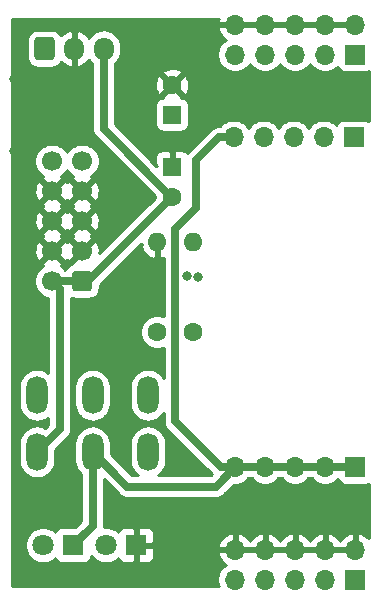
<source format=gbr>
%TF.GenerationSoftware,KiCad,Pcbnew,5.1.9+dfsg1-1~bpo10+1*%
%TF.CreationDate,2022-02-19T16:25:08+08:00*%
%TF.ProjectId,euro2breadboard,6575726f-3262-4726-9561-64626f617264,rev?*%
%TF.SameCoordinates,Original*%
%TF.FileFunction,Copper,L2,Bot*%
%TF.FilePolarity,Positive*%
%FSLAX46Y46*%
G04 Gerber Fmt 4.6, Leading zero omitted, Abs format (unit mm)*
G04 Created by KiCad (PCBNEW 5.1.9+dfsg1-1~bpo10+1) date 2022-02-19 16:25:08*
%MOMM*%
%LPD*%
G01*
G04 APERTURE LIST*
%TA.AperFunction,ComponentPad*%
%ADD10C,1.600000*%
%TD*%
%TA.AperFunction,ComponentPad*%
%ADD11R,1.600000X1.600000*%
%TD*%
%TA.AperFunction,ComponentPad*%
%ADD12C,1.700000*%
%TD*%
%TA.AperFunction,ComponentPad*%
%ADD13R,1.700000X1.700000*%
%TD*%
%TA.AperFunction,ComponentPad*%
%ADD14O,1.700000X1.700000*%
%TD*%
%TA.AperFunction,ComponentPad*%
%ADD15O,1.700000X1.950000*%
%TD*%
%TA.AperFunction,ComponentPad*%
%ADD16C,1.800000*%
%TD*%
%TA.AperFunction,ComponentPad*%
%ADD17R,1.800000X1.800000*%
%TD*%
%TA.AperFunction,ComponentPad*%
%ADD18O,1.600000X1.600000*%
%TD*%
%TA.AperFunction,ComponentPad*%
%ADD19O,1.800000X3.200000*%
%TD*%
%TA.AperFunction,ViaPad*%
%ADD20C,0.800000*%
%TD*%
%TA.AperFunction,Conductor*%
%ADD21C,0.650000*%
%TD*%
%TA.AperFunction,Conductor*%
%ADD22C,0.254000*%
%TD*%
%TA.AperFunction,Conductor*%
%ADD23C,0.100000*%
%TD*%
G04 APERTURE END LIST*
D10*
%TO.P,C1,2*%
%TO.N,GND*%
X82931000Y-46395000D03*
D11*
%TO.P,C1,1*%
%TO.N,+12V*%
X82931000Y-48895000D03*
%TD*%
%TO.P,C2,1*%
%TO.N,GND*%
X82931000Y-53340000D03*
D10*
%TO.P,C2,2*%
%TO.N,-12V*%
X82931000Y-55840000D03*
%TD*%
%TO.P,J2,1*%
%TO.N,-12V*%
%TA.AperFunction,ComponentPad*%
G36*
G01*
X76161000Y-62392000D02*
X76161000Y-63592000D01*
G75*
G02*
X75911000Y-63842000I-250000J0D01*
G01*
X74711000Y-63842000D01*
G75*
G02*
X74461000Y-63592000I0J250000D01*
G01*
X74461000Y-62392000D01*
G75*
G02*
X74711000Y-62142000I250000J0D01*
G01*
X75911000Y-62142000D01*
G75*
G02*
X76161000Y-62392000I0J-250000D01*
G01*
G37*
%TD.AperFunction*%
D12*
%TO.P,J2,3*%
%TO.N,GND*%
X75311000Y-60452000D03*
%TO.P,J2,5*%
X75311000Y-57912000D03*
%TO.P,J2,7*%
X75311000Y-55372000D03*
%TO.P,J2,9*%
%TO.N,+12V*%
X75311000Y-52832000D03*
%TO.P,J2,2*%
%TO.N,-12V*%
X72771000Y-62992000D03*
%TO.P,J2,4*%
%TO.N,GND*%
X72771000Y-60452000D03*
%TO.P,J2,6*%
X72771000Y-57912000D03*
%TO.P,J2,8*%
X72771000Y-55372000D03*
%TO.P,J2,10*%
%TO.N,+12V*%
X72771000Y-52832000D03*
%TD*%
D13*
%TO.P,BB_POWER_PINS1,1*%
%TO.N,Net-(BB_POWER_PINS1-Pad1)*%
X98425000Y-88265000D03*
D14*
%TO.P,BB_POWER_PINS1,2*%
%TO.N,GND*%
X98425000Y-85725000D03*
%TO.P,BB_POWER_PINS1,3*%
%TO.N,Net-(BB_POWER_PINS1-Pad1)*%
X95885000Y-88265000D03*
%TO.P,BB_POWER_PINS1,4*%
%TO.N,GND*%
X95885000Y-85725000D03*
%TO.P,BB_POWER_PINS1,5*%
%TO.N,Net-(BB_POWER_PINS1-Pad1)*%
X93345000Y-88265000D03*
%TO.P,BB_POWER_PINS1,6*%
%TO.N,GND*%
X93345000Y-85725000D03*
%TO.P,BB_POWER_PINS1,7*%
%TO.N,Net-(BB_POWER_PINS1-Pad1)*%
X90805000Y-88265000D03*
%TO.P,BB_POWER_PINS1,8*%
%TO.N,GND*%
X90805000Y-85725000D03*
%TO.P,BB_POWER_PINS1,9*%
%TO.N,Net-(BB_POWER_PINS1-Pad1)*%
X88265000Y-88265000D03*
%TO.P,BB_POWER_PINS1,10*%
%TO.N,GND*%
X88265000Y-85725000D03*
%TD*%
%TO.P,BB_POWER_PINS2,10*%
%TO.N,GND*%
X88265000Y-41275000D03*
%TO.P,BB_POWER_PINS2,9*%
%TO.N,Net-(BB_POWER_PINS1-Pad1)*%
X88265000Y-43815000D03*
%TO.P,BB_POWER_PINS2,8*%
%TO.N,GND*%
X90805000Y-41275000D03*
%TO.P,BB_POWER_PINS2,7*%
%TO.N,Net-(BB_POWER_PINS1-Pad1)*%
X90805000Y-43815000D03*
%TO.P,BB_POWER_PINS2,6*%
%TO.N,GND*%
X93345000Y-41275000D03*
%TO.P,BB_POWER_PINS2,5*%
%TO.N,Net-(BB_POWER_PINS1-Pad1)*%
X93345000Y-43815000D03*
%TO.P,BB_POWER_PINS2,4*%
%TO.N,GND*%
X95885000Y-41275000D03*
%TO.P,BB_POWER_PINS2,3*%
%TO.N,Net-(BB_POWER_PINS1-Pad1)*%
X95885000Y-43815000D03*
%TO.P,BB_POWER_PINS2,2*%
%TO.N,GND*%
X98425000Y-41275000D03*
D13*
%TO.P,BB_POWER_PINS2,1*%
%TO.N,Net-(BB_POWER_PINS1-Pad1)*%
X98425000Y-43815000D03*
%TD*%
%TO.P,J1,1*%
%TO.N,+12V*%
%TA.AperFunction,ComponentPad*%
G36*
G01*
X71286000Y-44032000D02*
X71286000Y-42582000D01*
G75*
G02*
X71536000Y-42332000I250000J0D01*
G01*
X72736000Y-42332000D01*
G75*
G02*
X72986000Y-42582000I0J-250000D01*
G01*
X72986000Y-44032000D01*
G75*
G02*
X72736000Y-44282000I-250000J0D01*
G01*
X71536000Y-44282000D01*
G75*
G02*
X71286000Y-44032000I0J250000D01*
G01*
G37*
%TD.AperFunction*%
D15*
%TO.P,J1,2*%
%TO.N,GND*%
X74636000Y-43307000D03*
%TO.P,J1,3*%
%TO.N,-12V*%
X77136000Y-43307000D03*
%TD*%
D13*
%TO.P,NEG_12V_PINS1,1*%
%TO.N,Net-(NEG_12V_LED1-Pad1)*%
X98298000Y-50800000D03*
D14*
%TO.P,NEG_12V_PINS1,2*%
X95758000Y-50800000D03*
%TO.P,NEG_12V_PINS1,3*%
X93218000Y-50800000D03*
%TO.P,NEG_12V_PINS1,4*%
X90678000Y-50800000D03*
%TO.P,NEG_12V_PINS1,5*%
X88138000Y-50800000D03*
%TD*%
%TO.P,NEG_12V_PINS2,5*%
%TO.N,Net-(NEG_12V_LED1-Pad1)*%
X88265000Y-78740000D03*
%TO.P,NEG_12V_PINS2,4*%
X90805000Y-78740000D03*
%TO.P,NEG_12V_PINS2,3*%
X93345000Y-78740000D03*
%TO.P,NEG_12V_PINS2,2*%
X95885000Y-78740000D03*
D13*
%TO.P,NEG_12V_PINS2,1*%
X98425000Y-78740000D03*
%TD*%
D16*
%TO.P,-12V,2*%
%TO.N,Net-(NEG_12V_LED1-Pad2)*%
X72009000Y-85344000D03*
D17*
%TO.P,-12V,1*%
%TO.N,Net-(NEG_12V_LED1-Pad1)*%
X74549000Y-85344000D03*
%TD*%
%TO.P,+12V,1*%
%TO.N,GND*%
X79883000Y-85344000D03*
D16*
%TO.P,+12V,2*%
%TO.N,Net-(POS_12V_LED1-Pad2)*%
X77343000Y-85344000D03*
%TD*%
D18*
%TO.P,R1,2*%
%TO.N,Net-(BB_POWER_PINS1-Pad1)*%
X84709000Y-59690000D03*
D10*
%TO.P,R1,1*%
%TO.N,Net-(POS_12V_LED1-Pad2)*%
X84709000Y-67310000D03*
%TD*%
%TO.P,R2,1*%
%TO.N,Net-(NEG_12V_LED1-Pad2)*%
X81661000Y-67310000D03*
D18*
%TO.P,R2,2*%
%TO.N,GND*%
X81661000Y-59690000D03*
%TD*%
D19*
%TO.P,SW1,2*%
%TO.N,Net-(BB_POWER_PINS1-Pad1)*%
X76200000Y-72657000D03*
%TO.P,SW1,1*%
%TO.N,N/C*%
X80900000Y-72657000D03*
%TO.P,SW1,3*%
%TO.N,+12V*%
X71500000Y-72657000D03*
%TO.P,SW1,5*%
%TO.N,Net-(NEG_12V_LED1-Pad1)*%
X76200000Y-77457000D03*
%TO.P,SW1,4*%
%TO.N,N/C*%
X80900000Y-77457000D03*
%TO.P,SW1,6*%
%TO.N,-12V*%
X71500000Y-77457000D03*
%TD*%
D20*
%TO.N,*%
X85153500Y-62611000D03*
X84201000Y-62547500D03*
%TO.N,GND*%
X90170000Y-81026000D03*
X88646000Y-82296000D03*
X93599000Y-82296000D03*
X94615000Y-81915000D03*
X97155000Y-81407000D03*
X98806000Y-82423000D03*
X78613000Y-54864000D03*
X88392000Y-46482000D03*
X88138000Y-48006000D03*
X91694000Y-47117000D03*
X93218000Y-48133000D03*
X97028000Y-47244000D03*
X98425000Y-48514000D03*
X83820000Y-86296500D03*
X75247500Y-65087500D03*
X75311000Y-66611500D03*
X77978000Y-62928500D03*
X78041500Y-63817500D03*
X80264000Y-61912500D03*
X81343500Y-65024000D03*
X79565500Y-67183000D03*
X78803500Y-75755500D03*
X78359000Y-77089000D03*
X69977000Y-80073500D03*
X85217000Y-81978500D03*
X82804000Y-82677000D03*
X84201000Y-83439000D03*
X82232500Y-84899500D03*
X81851500Y-87058500D03*
X75628500Y-45593000D03*
X74422000Y-46037500D03*
X75311000Y-48006000D03*
X74231500Y-49085500D03*
X76073000Y-50927000D03*
X73660000Y-50482500D03*
X69532500Y-45910500D03*
X70548500Y-46672500D03*
X70421500Y-50101500D03*
X69532500Y-51943000D03*
X81216500Y-41338500D03*
X81216500Y-42418000D03*
X84391500Y-41529000D03*
X83375500Y-43243500D03*
X85725000Y-43434000D03*
X78105000Y-56324500D03*
X78359000Y-57912000D03*
X79248000Y-48958500D03*
%TD*%
D21*
%TO.N,-12V*%
X73406000Y-75551000D02*
X71500000Y-77457000D01*
X72771000Y-62992000D02*
X73406000Y-63627000D01*
X73406000Y-63627000D02*
X73406000Y-75551000D01*
X72771000Y-62992000D02*
X75311000Y-62992000D01*
X75779000Y-62992000D02*
X75311000Y-62992000D01*
X82931000Y-55840000D02*
X75779000Y-62992000D01*
X82885998Y-55840000D02*
X82931000Y-55840000D01*
X77136000Y-50090002D02*
X82885998Y-55840000D01*
X77136000Y-43307000D02*
X77136000Y-50090002D01*
%TO.N,Net-(NEG_12V_LED1-Pad1)*%
X88265000Y-78740000D02*
X98425000Y-78740000D01*
X76200000Y-83693000D02*
X74549000Y-85344000D01*
X76200000Y-77457000D02*
X76200000Y-83693000D01*
X86614000Y-80391000D02*
X88265000Y-78740000D01*
X76200000Y-77457000D02*
X79134000Y-80391000D01*
X79134000Y-80391000D02*
X86614000Y-80391000D01*
X87062919Y-78740000D02*
X88265000Y-78740000D01*
X88138000Y-50800000D02*
X86935919Y-50800000D01*
X86935919Y-50800000D02*
X84963000Y-52772919D01*
X84963000Y-52772919D02*
X84963000Y-56769000D01*
X83185000Y-74862081D02*
X87062919Y-78740000D01*
X84963000Y-56769000D02*
X83185000Y-58547000D01*
X83185000Y-58547000D02*
X83185000Y-74862081D01*
%TD*%
D22*
%TO.N,GND*%
X86823519Y-40918109D02*
X86944186Y-41148000D01*
X88138000Y-41148000D01*
X88138000Y-41128000D01*
X88392000Y-41128000D01*
X88392000Y-41148000D01*
X90678000Y-41148000D01*
X90678000Y-41128000D01*
X90932000Y-41128000D01*
X90932000Y-41148000D01*
X93218000Y-41148000D01*
X93218000Y-41128000D01*
X93472000Y-41128000D01*
X93472000Y-41148000D01*
X95758000Y-41148000D01*
X95758000Y-41128000D01*
X96012000Y-41128000D01*
X96012000Y-41148000D01*
X98298000Y-41148000D01*
X98298000Y-41128000D01*
X98552000Y-41128000D01*
X98552000Y-41148000D01*
X98572000Y-41148000D01*
X98572000Y-41402000D01*
X98552000Y-41402000D01*
X98552000Y-41422000D01*
X98298000Y-41422000D01*
X98298000Y-41402000D01*
X96012000Y-41402000D01*
X96012000Y-41422000D01*
X95758000Y-41422000D01*
X95758000Y-41402000D01*
X93472000Y-41402000D01*
X93472000Y-41422000D01*
X93218000Y-41422000D01*
X93218000Y-41402000D01*
X90932000Y-41402000D01*
X90932000Y-41422000D01*
X90678000Y-41422000D01*
X90678000Y-41402000D01*
X88392000Y-41402000D01*
X88392000Y-41422000D01*
X88138000Y-41422000D01*
X88138000Y-41402000D01*
X86944186Y-41402000D01*
X86823519Y-41631891D01*
X86920843Y-41906252D01*
X87069822Y-42156355D01*
X87264731Y-42372588D01*
X87494406Y-42543900D01*
X87318368Y-42661525D01*
X87111525Y-42868368D01*
X86949010Y-43111589D01*
X86837068Y-43381842D01*
X86780000Y-43668740D01*
X86780000Y-43961260D01*
X86837068Y-44248158D01*
X86949010Y-44518411D01*
X87111525Y-44761632D01*
X87318368Y-44968475D01*
X87561589Y-45130990D01*
X87831842Y-45242932D01*
X88118740Y-45300000D01*
X88411260Y-45300000D01*
X88698158Y-45242932D01*
X88968411Y-45130990D01*
X89211632Y-44968475D01*
X89418475Y-44761632D01*
X89535000Y-44587240D01*
X89651525Y-44761632D01*
X89858368Y-44968475D01*
X90101589Y-45130990D01*
X90371842Y-45242932D01*
X90658740Y-45300000D01*
X90951260Y-45300000D01*
X91238158Y-45242932D01*
X91508411Y-45130990D01*
X91751632Y-44968475D01*
X91958475Y-44761632D01*
X92075000Y-44587240D01*
X92191525Y-44761632D01*
X92398368Y-44968475D01*
X92641589Y-45130990D01*
X92911842Y-45242932D01*
X93198740Y-45300000D01*
X93491260Y-45300000D01*
X93778158Y-45242932D01*
X94048411Y-45130990D01*
X94291632Y-44968475D01*
X94498475Y-44761632D01*
X94615000Y-44587240D01*
X94731525Y-44761632D01*
X94938368Y-44968475D01*
X95181589Y-45130990D01*
X95451842Y-45242932D01*
X95738740Y-45300000D01*
X96031260Y-45300000D01*
X96318158Y-45242932D01*
X96588411Y-45130990D01*
X96831632Y-44968475D01*
X96963487Y-44836620D01*
X96985498Y-44909180D01*
X97044463Y-45019494D01*
X97123815Y-45116185D01*
X97220506Y-45195537D01*
X97330820Y-45254502D01*
X97450518Y-45290812D01*
X97575000Y-45303072D01*
X99275000Y-45303072D01*
X99399482Y-45290812D01*
X99519180Y-45254502D01*
X99568000Y-45228407D01*
X99568000Y-49473222D01*
X99502494Y-49419463D01*
X99392180Y-49360498D01*
X99272482Y-49324188D01*
X99148000Y-49311928D01*
X97448000Y-49311928D01*
X97323518Y-49324188D01*
X97203820Y-49360498D01*
X97093506Y-49419463D01*
X96996815Y-49498815D01*
X96917463Y-49595506D01*
X96858498Y-49705820D01*
X96836487Y-49778380D01*
X96704632Y-49646525D01*
X96461411Y-49484010D01*
X96191158Y-49372068D01*
X95904260Y-49315000D01*
X95611740Y-49315000D01*
X95324842Y-49372068D01*
X95054589Y-49484010D01*
X94811368Y-49646525D01*
X94604525Y-49853368D01*
X94488000Y-50027760D01*
X94371475Y-49853368D01*
X94164632Y-49646525D01*
X93921411Y-49484010D01*
X93651158Y-49372068D01*
X93364260Y-49315000D01*
X93071740Y-49315000D01*
X92784842Y-49372068D01*
X92514589Y-49484010D01*
X92271368Y-49646525D01*
X92064525Y-49853368D01*
X91948000Y-50027760D01*
X91831475Y-49853368D01*
X91624632Y-49646525D01*
X91381411Y-49484010D01*
X91111158Y-49372068D01*
X90824260Y-49315000D01*
X90531740Y-49315000D01*
X90244842Y-49372068D01*
X89974589Y-49484010D01*
X89731368Y-49646525D01*
X89524525Y-49853368D01*
X89408000Y-50027760D01*
X89291475Y-49853368D01*
X89084632Y-49646525D01*
X88841411Y-49484010D01*
X88571158Y-49372068D01*
X88284260Y-49315000D01*
X87991740Y-49315000D01*
X87704842Y-49372068D01*
X87434589Y-49484010D01*
X87191368Y-49646525D01*
X86997893Y-49840000D01*
X86983079Y-49840000D01*
X86935919Y-49835355D01*
X86888759Y-49840000D01*
X86888757Y-49840000D01*
X86747726Y-49853890D01*
X86566765Y-49908784D01*
X86399990Y-49997927D01*
X86337156Y-50049494D01*
X86253812Y-50117893D01*
X86223748Y-50154526D01*
X84317531Y-52060744D01*
X84280893Y-52090812D01*
X84232358Y-52149952D01*
X84182185Y-52088815D01*
X84085494Y-52009463D01*
X83975180Y-51950498D01*
X83855482Y-51914188D01*
X83731000Y-51901928D01*
X83216750Y-51905000D01*
X83058000Y-52063750D01*
X83058000Y-53213000D01*
X83078000Y-53213000D01*
X83078000Y-53467000D01*
X83058000Y-53467000D01*
X83058000Y-53487000D01*
X82804000Y-53487000D01*
X82804000Y-53467000D01*
X82784000Y-53467000D01*
X82784000Y-53213000D01*
X82804000Y-53213000D01*
X82804000Y-52063750D01*
X82645250Y-51905000D01*
X82131000Y-51901928D01*
X82006518Y-51914188D01*
X81886820Y-51950498D01*
X81776506Y-52009463D01*
X81679815Y-52088815D01*
X81600463Y-52185506D01*
X81541498Y-52295820D01*
X81505188Y-52415518D01*
X81492928Y-52540000D01*
X81496000Y-53054250D01*
X81654748Y-53212998D01*
X81616641Y-53212998D01*
X78096000Y-49692358D01*
X78096000Y-48095000D01*
X81492928Y-48095000D01*
X81492928Y-49695000D01*
X81505188Y-49819482D01*
X81541498Y-49939180D01*
X81600463Y-50049494D01*
X81679815Y-50146185D01*
X81776506Y-50225537D01*
X81886820Y-50284502D01*
X82006518Y-50320812D01*
X82131000Y-50333072D01*
X83731000Y-50333072D01*
X83855482Y-50320812D01*
X83975180Y-50284502D01*
X84085494Y-50225537D01*
X84182185Y-50146185D01*
X84261537Y-50049494D01*
X84320502Y-49939180D01*
X84356812Y-49819482D01*
X84369072Y-49695000D01*
X84369072Y-48095000D01*
X84356812Y-47970518D01*
X84320502Y-47850820D01*
X84261537Y-47740506D01*
X84182185Y-47643815D01*
X84085494Y-47564463D01*
X83975180Y-47505498D01*
X83855482Y-47469188D01*
X83731000Y-47456928D01*
X83723785Y-47456928D01*
X83744097Y-47387702D01*
X82931000Y-46574605D01*
X82117903Y-47387702D01*
X82138215Y-47456928D01*
X82131000Y-47456928D01*
X82006518Y-47469188D01*
X81886820Y-47505498D01*
X81776506Y-47564463D01*
X81679815Y-47643815D01*
X81600463Y-47740506D01*
X81541498Y-47850820D01*
X81505188Y-47970518D01*
X81492928Y-48095000D01*
X78096000Y-48095000D01*
X78096000Y-46465512D01*
X81490783Y-46465512D01*
X81532213Y-46745130D01*
X81627397Y-47011292D01*
X81694329Y-47136514D01*
X81938298Y-47208097D01*
X82751395Y-46395000D01*
X83110605Y-46395000D01*
X83923702Y-47208097D01*
X84167671Y-47136514D01*
X84288571Y-46881004D01*
X84357300Y-46606816D01*
X84371217Y-46324488D01*
X84329787Y-46044870D01*
X84234603Y-45778708D01*
X84167671Y-45653486D01*
X83923702Y-45581903D01*
X83110605Y-46395000D01*
X82751395Y-46395000D01*
X81938298Y-45581903D01*
X81694329Y-45653486D01*
X81573429Y-45908996D01*
X81504700Y-46183184D01*
X81490783Y-46465512D01*
X78096000Y-46465512D01*
X78096000Y-45402298D01*
X82117903Y-45402298D01*
X82931000Y-46215395D01*
X83744097Y-45402298D01*
X83672514Y-45158329D01*
X83417004Y-45037429D01*
X83142816Y-44968700D01*
X82860488Y-44954783D01*
X82580870Y-44996213D01*
X82314708Y-45091397D01*
X82189486Y-45158329D01*
X82117903Y-45402298D01*
X78096000Y-45402298D01*
X78096000Y-44565209D01*
X78191134Y-44487134D01*
X78376706Y-44261014D01*
X78514599Y-44003033D01*
X78599513Y-43723110D01*
X78621000Y-43504949D01*
X78621000Y-43109050D01*
X78599513Y-42890889D01*
X78514599Y-42610966D01*
X78376706Y-42352986D01*
X78191134Y-42126866D01*
X77965013Y-41941294D01*
X77707033Y-41803401D01*
X77427110Y-41718487D01*
X77136000Y-41689815D01*
X76844889Y-41718487D01*
X76564966Y-41803401D01*
X76306986Y-41941294D01*
X76080866Y-42126866D01*
X75895294Y-42352987D01*
X75881538Y-42378722D01*
X75725049Y-42172571D01*
X75507193Y-41979504D01*
X75255858Y-41832648D01*
X74992890Y-41740524D01*
X74763000Y-41861845D01*
X74763000Y-43180000D01*
X74783000Y-43180000D01*
X74783000Y-43434000D01*
X74763000Y-43434000D01*
X74763000Y-44752155D01*
X74992890Y-44873476D01*
X75255858Y-44781352D01*
X75507193Y-44634496D01*
X75725049Y-44441429D01*
X75881538Y-44235278D01*
X75895294Y-44261014D01*
X76080866Y-44487134D01*
X76176000Y-44565208D01*
X76176001Y-50042840D01*
X76171356Y-50090002D01*
X76189891Y-50278194D01*
X76244784Y-50459155D01*
X76333927Y-50625930D01*
X76423829Y-50735475D01*
X76453894Y-50772109D01*
X76490527Y-50802173D01*
X81496000Y-55807647D01*
X81496000Y-55917355D01*
X76789018Y-60624337D01*
X76801611Y-60383469D01*
X76759599Y-60093981D01*
X76661919Y-59818253D01*
X76588472Y-59680843D01*
X76339397Y-59603208D01*
X75490605Y-60452000D01*
X75504748Y-60466143D01*
X75325143Y-60645748D01*
X75311000Y-60631605D01*
X74462208Y-61480397D01*
X74480293Y-61538420D01*
X74371150Y-61571528D01*
X74217614Y-61653595D01*
X74083038Y-61764038D01*
X73972595Y-61898614D01*
X73904715Y-62025608D01*
X73717632Y-61838525D01*
X73544271Y-61722689D01*
X73619792Y-61480397D01*
X72771000Y-60631605D01*
X71922208Y-61480397D01*
X71997729Y-61722689D01*
X71824368Y-61838525D01*
X71617525Y-62045368D01*
X71455010Y-62288589D01*
X71343068Y-62558842D01*
X71286000Y-62845740D01*
X71286000Y-63138260D01*
X71343068Y-63425158D01*
X71455010Y-63695411D01*
X71617525Y-63938632D01*
X71824368Y-64145475D01*
X72067589Y-64307990D01*
X72337842Y-64419932D01*
X72446000Y-64441446D01*
X72446001Y-70747620D01*
X72356927Y-70674519D01*
X72090261Y-70531983D01*
X71800913Y-70444210D01*
X71500000Y-70414573D01*
X71199088Y-70444210D01*
X70909740Y-70531983D01*
X70643074Y-70674519D01*
X70409340Y-70866339D01*
X70217520Y-71100073D01*
X70074984Y-71366739D01*
X69987210Y-71656087D01*
X69965000Y-71881592D01*
X69965000Y-73432407D01*
X69987210Y-73657912D01*
X70074983Y-73947260D01*
X70217519Y-74213926D01*
X70409339Y-74447661D01*
X70643073Y-74639481D01*
X70909739Y-74782017D01*
X71199087Y-74869790D01*
X71500000Y-74899427D01*
X71800912Y-74869790D01*
X72090260Y-74782017D01*
X72356926Y-74639481D01*
X72446001Y-74566380D01*
X72446001Y-75153354D01*
X72205680Y-75393676D01*
X72090261Y-75331983D01*
X71800913Y-75244210D01*
X71500000Y-75214573D01*
X71199088Y-75244210D01*
X70909740Y-75331983D01*
X70643074Y-75474519D01*
X70409340Y-75666339D01*
X70217520Y-75900073D01*
X70074984Y-76166739D01*
X69987210Y-76456087D01*
X69965000Y-76681592D01*
X69965000Y-78232407D01*
X69987210Y-78457912D01*
X70074983Y-78747260D01*
X70217519Y-79013926D01*
X70409339Y-79247661D01*
X70643073Y-79439481D01*
X70909739Y-79582017D01*
X71199087Y-79669790D01*
X71500000Y-79699427D01*
X71800912Y-79669790D01*
X72090260Y-79582017D01*
X72356926Y-79439481D01*
X72590661Y-79247661D01*
X72782481Y-79013927D01*
X72925017Y-78747261D01*
X73012790Y-78457913D01*
X73035000Y-78232408D01*
X73035000Y-77279644D01*
X74051474Y-76263171D01*
X74088107Y-76233107D01*
X74148177Y-76159912D01*
X74208073Y-76086929D01*
X74297216Y-75920154D01*
X74352110Y-75739193D01*
X74366000Y-75598162D01*
X74366000Y-75598153D01*
X74370644Y-75551001D01*
X74366000Y-75503849D01*
X74366000Y-71881592D01*
X74665000Y-71881592D01*
X74665000Y-73432407D01*
X74687210Y-73657912D01*
X74774983Y-73947260D01*
X74917519Y-74213926D01*
X75109339Y-74447661D01*
X75343073Y-74639481D01*
X75609739Y-74782017D01*
X75899087Y-74869790D01*
X76200000Y-74899427D01*
X76500912Y-74869790D01*
X76790260Y-74782017D01*
X77056926Y-74639481D01*
X77290661Y-74447661D01*
X77482481Y-74213927D01*
X77625017Y-73947261D01*
X77712790Y-73657913D01*
X77735000Y-73432408D01*
X77735000Y-71881592D01*
X77712790Y-71656087D01*
X77625017Y-71366739D01*
X77482481Y-71100073D01*
X77290661Y-70866339D01*
X77056927Y-70674519D01*
X76790261Y-70531983D01*
X76500913Y-70444210D01*
X76200000Y-70414573D01*
X75899088Y-70444210D01*
X75609740Y-70531983D01*
X75343074Y-70674519D01*
X75109340Y-70866339D01*
X74917520Y-71100073D01*
X74774984Y-71366739D01*
X74687210Y-71656087D01*
X74665000Y-71881592D01*
X74366000Y-71881592D01*
X74366000Y-64409719D01*
X74371150Y-64412472D01*
X74537746Y-64463008D01*
X74711000Y-64480072D01*
X75911000Y-64480072D01*
X76084254Y-64463008D01*
X76250850Y-64412472D01*
X76404386Y-64330405D01*
X76538962Y-64219962D01*
X76649405Y-64085386D01*
X76731472Y-63931850D01*
X76782008Y-63765254D01*
X76799072Y-63592000D01*
X76799072Y-63329572D01*
X80311643Y-59817002D01*
X80390375Y-59817002D01*
X80269091Y-60039040D01*
X80363930Y-60303881D01*
X80508615Y-60545131D01*
X80697586Y-60753519D01*
X80923580Y-60921037D01*
X81177913Y-61041246D01*
X81311961Y-61081904D01*
X81534000Y-60959915D01*
X81534000Y-59817000D01*
X81514000Y-59817000D01*
X81514000Y-59563000D01*
X81534000Y-59563000D01*
X81534000Y-59543000D01*
X81788000Y-59543000D01*
X81788000Y-59563000D01*
X81808000Y-59563000D01*
X81808000Y-59817000D01*
X81788000Y-59817000D01*
X81788000Y-60959915D01*
X82010039Y-61081904D01*
X82144087Y-61041246D01*
X82225000Y-61003003D01*
X82225000Y-65990385D01*
X82079574Y-65930147D01*
X81802335Y-65875000D01*
X81519665Y-65875000D01*
X81242426Y-65930147D01*
X80981273Y-66038320D01*
X80746241Y-66195363D01*
X80546363Y-66395241D01*
X80389320Y-66630273D01*
X80281147Y-66891426D01*
X80226000Y-67168665D01*
X80226000Y-67451335D01*
X80281147Y-67728574D01*
X80389320Y-67989727D01*
X80546363Y-68224759D01*
X80746241Y-68424637D01*
X80981273Y-68581680D01*
X81242426Y-68689853D01*
X81519665Y-68745000D01*
X81802335Y-68745000D01*
X82079574Y-68689853D01*
X82225001Y-68629615D01*
X82225001Y-71179622D01*
X82182481Y-71100073D01*
X81990661Y-70866339D01*
X81756927Y-70674519D01*
X81490261Y-70531983D01*
X81200913Y-70444210D01*
X80900000Y-70414573D01*
X80599088Y-70444210D01*
X80309740Y-70531983D01*
X80043074Y-70674519D01*
X79809340Y-70866339D01*
X79617520Y-71100073D01*
X79474984Y-71366739D01*
X79387210Y-71656087D01*
X79365000Y-71881592D01*
X79365000Y-73432407D01*
X79387210Y-73657912D01*
X79474983Y-73947260D01*
X79617519Y-74213926D01*
X79809339Y-74447661D01*
X80043073Y-74639481D01*
X80309739Y-74782017D01*
X80599087Y-74869790D01*
X80900000Y-74899427D01*
X81200912Y-74869790D01*
X81490260Y-74782017D01*
X81756926Y-74639481D01*
X81990661Y-74447661D01*
X82182481Y-74213927D01*
X82225001Y-74134378D01*
X82225001Y-74814919D01*
X82220356Y-74862081D01*
X82238891Y-75050273D01*
X82293784Y-75231234D01*
X82382927Y-75398009D01*
X82445718Y-75474519D01*
X82502894Y-75544188D01*
X82539526Y-75574252D01*
X86306315Y-79341041D01*
X86216356Y-79431000D01*
X81767260Y-79431000D01*
X81990661Y-79247661D01*
X82182481Y-79013927D01*
X82325017Y-78747261D01*
X82412790Y-78457913D01*
X82435000Y-78232408D01*
X82435000Y-76681592D01*
X82412790Y-76456087D01*
X82325017Y-76166739D01*
X82182481Y-75900073D01*
X81990661Y-75666339D01*
X81756927Y-75474519D01*
X81490261Y-75331983D01*
X81200913Y-75244210D01*
X80900000Y-75214573D01*
X80599088Y-75244210D01*
X80309740Y-75331983D01*
X80043074Y-75474519D01*
X79809340Y-75666339D01*
X79617520Y-75900073D01*
X79474984Y-76166739D01*
X79387210Y-76456087D01*
X79365000Y-76681592D01*
X79365000Y-78232407D01*
X79387210Y-78457912D01*
X79474983Y-78747260D01*
X79617519Y-79013926D01*
X79809339Y-79247661D01*
X80032739Y-79431000D01*
X79531645Y-79431000D01*
X77735000Y-77634356D01*
X77735000Y-76681592D01*
X77712790Y-76456087D01*
X77625017Y-76166739D01*
X77482481Y-75900073D01*
X77290661Y-75666339D01*
X77056927Y-75474519D01*
X76790261Y-75331983D01*
X76500913Y-75244210D01*
X76200000Y-75214573D01*
X75899088Y-75244210D01*
X75609740Y-75331983D01*
X75343074Y-75474519D01*
X75109340Y-75666339D01*
X74917520Y-75900073D01*
X74774984Y-76166739D01*
X74687210Y-76456087D01*
X74665000Y-76681592D01*
X74665000Y-78232407D01*
X74687210Y-78457912D01*
X74774983Y-78747260D01*
X74917519Y-79013926D01*
X75109339Y-79247661D01*
X75240000Y-79354892D01*
X75240001Y-83295354D01*
X74729427Y-83805928D01*
X73649000Y-83805928D01*
X73524518Y-83818188D01*
X73404820Y-83854498D01*
X73294506Y-83913463D01*
X73197815Y-83992815D01*
X73118463Y-84089506D01*
X73059498Y-84199820D01*
X73053944Y-84218127D01*
X72987505Y-84151688D01*
X72736095Y-83983701D01*
X72456743Y-83867989D01*
X72160184Y-83809000D01*
X71857816Y-83809000D01*
X71561257Y-83867989D01*
X71281905Y-83983701D01*
X71030495Y-84151688D01*
X70816688Y-84365495D01*
X70648701Y-84616905D01*
X70532989Y-84896257D01*
X70474000Y-85192816D01*
X70474000Y-85495184D01*
X70532989Y-85791743D01*
X70648701Y-86071095D01*
X70816688Y-86322505D01*
X71030495Y-86536312D01*
X71281905Y-86704299D01*
X71561257Y-86820011D01*
X71857816Y-86879000D01*
X72160184Y-86879000D01*
X72456743Y-86820011D01*
X72736095Y-86704299D01*
X72987505Y-86536312D01*
X73053944Y-86469873D01*
X73059498Y-86488180D01*
X73118463Y-86598494D01*
X73197815Y-86695185D01*
X73294506Y-86774537D01*
X73404820Y-86833502D01*
X73524518Y-86869812D01*
X73649000Y-86882072D01*
X75449000Y-86882072D01*
X75573482Y-86869812D01*
X75693180Y-86833502D01*
X75803494Y-86774537D01*
X75900185Y-86695185D01*
X75979537Y-86598494D01*
X76038502Y-86488180D01*
X76074812Y-86368482D01*
X76087072Y-86244000D01*
X76087072Y-86227297D01*
X76150688Y-86322505D01*
X76364495Y-86536312D01*
X76615905Y-86704299D01*
X76895257Y-86820011D01*
X77191816Y-86879000D01*
X77494184Y-86879000D01*
X77790743Y-86820011D01*
X78070095Y-86704299D01*
X78321505Y-86536312D01*
X78387944Y-86469873D01*
X78393498Y-86488180D01*
X78452463Y-86598494D01*
X78531815Y-86695185D01*
X78628506Y-86774537D01*
X78738820Y-86833502D01*
X78858518Y-86869812D01*
X78983000Y-86882072D01*
X79597250Y-86879000D01*
X79756000Y-86720250D01*
X79756000Y-85471000D01*
X80010000Y-85471000D01*
X80010000Y-86720250D01*
X80168750Y-86879000D01*
X80783000Y-86882072D01*
X80907482Y-86869812D01*
X81027180Y-86833502D01*
X81137494Y-86774537D01*
X81234185Y-86695185D01*
X81313537Y-86598494D01*
X81372502Y-86488180D01*
X81408812Y-86368482D01*
X81421072Y-86244000D01*
X81418000Y-85629750D01*
X81259250Y-85471000D01*
X80010000Y-85471000D01*
X79756000Y-85471000D01*
X79736000Y-85471000D01*
X79736000Y-85368109D01*
X86823519Y-85368109D01*
X86944186Y-85598000D01*
X88138000Y-85598000D01*
X88138000Y-84404845D01*
X88392000Y-84404845D01*
X88392000Y-85598000D01*
X90678000Y-85598000D01*
X90678000Y-84404845D01*
X90932000Y-84404845D01*
X90932000Y-85598000D01*
X93218000Y-85598000D01*
X93218000Y-84404845D01*
X93472000Y-84404845D01*
X93472000Y-85598000D01*
X95758000Y-85598000D01*
X95758000Y-84404845D01*
X96012000Y-84404845D01*
X96012000Y-85598000D01*
X98298000Y-85598000D01*
X98298000Y-84404845D01*
X98068110Y-84283524D01*
X97920901Y-84328175D01*
X97658080Y-84453359D01*
X97424731Y-84627412D01*
X97229822Y-84843645D01*
X97155000Y-84969255D01*
X97080178Y-84843645D01*
X96885269Y-84627412D01*
X96651920Y-84453359D01*
X96389099Y-84328175D01*
X96241890Y-84283524D01*
X96012000Y-84404845D01*
X95758000Y-84404845D01*
X95528110Y-84283524D01*
X95380901Y-84328175D01*
X95118080Y-84453359D01*
X94884731Y-84627412D01*
X94689822Y-84843645D01*
X94615000Y-84969255D01*
X94540178Y-84843645D01*
X94345269Y-84627412D01*
X94111920Y-84453359D01*
X93849099Y-84328175D01*
X93701890Y-84283524D01*
X93472000Y-84404845D01*
X93218000Y-84404845D01*
X92988110Y-84283524D01*
X92840901Y-84328175D01*
X92578080Y-84453359D01*
X92344731Y-84627412D01*
X92149822Y-84843645D01*
X92075000Y-84969255D01*
X92000178Y-84843645D01*
X91805269Y-84627412D01*
X91571920Y-84453359D01*
X91309099Y-84328175D01*
X91161890Y-84283524D01*
X90932000Y-84404845D01*
X90678000Y-84404845D01*
X90448110Y-84283524D01*
X90300901Y-84328175D01*
X90038080Y-84453359D01*
X89804731Y-84627412D01*
X89609822Y-84843645D01*
X89535000Y-84969255D01*
X89460178Y-84843645D01*
X89265269Y-84627412D01*
X89031920Y-84453359D01*
X88769099Y-84328175D01*
X88621890Y-84283524D01*
X88392000Y-84404845D01*
X88138000Y-84404845D01*
X87908110Y-84283524D01*
X87760901Y-84328175D01*
X87498080Y-84453359D01*
X87264731Y-84627412D01*
X87069822Y-84843645D01*
X86920843Y-85093748D01*
X86823519Y-85368109D01*
X79736000Y-85368109D01*
X79736000Y-85217000D01*
X79756000Y-85217000D01*
X79756000Y-83967750D01*
X80010000Y-83967750D01*
X80010000Y-85217000D01*
X81259250Y-85217000D01*
X81418000Y-85058250D01*
X81421072Y-84444000D01*
X81408812Y-84319518D01*
X81372502Y-84199820D01*
X81313537Y-84089506D01*
X81234185Y-83992815D01*
X81137494Y-83913463D01*
X81027180Y-83854498D01*
X80907482Y-83818188D01*
X80783000Y-83805928D01*
X80168750Y-83809000D01*
X80010000Y-83967750D01*
X79756000Y-83967750D01*
X79597250Y-83809000D01*
X78983000Y-83805928D01*
X78858518Y-83818188D01*
X78738820Y-83854498D01*
X78628506Y-83913463D01*
X78531815Y-83992815D01*
X78452463Y-84089506D01*
X78393498Y-84199820D01*
X78387944Y-84218127D01*
X78321505Y-84151688D01*
X78070095Y-83983701D01*
X77790743Y-83867989D01*
X77494184Y-83809000D01*
X77191816Y-83809000D01*
X77152449Y-83816831D01*
X77160000Y-83740162D01*
X77160000Y-83740160D01*
X77164645Y-83693000D01*
X77160000Y-83645840D01*
X77160000Y-79774645D01*
X78421829Y-81036474D01*
X78451893Y-81073107D01*
X78598072Y-81193073D01*
X78764846Y-81282216D01*
X78945807Y-81337110D01*
X79086838Y-81351000D01*
X79086840Y-81351000D01*
X79134000Y-81355645D01*
X79181160Y-81351000D01*
X86566848Y-81351000D01*
X86614000Y-81355644D01*
X86661152Y-81351000D01*
X86661162Y-81351000D01*
X86802193Y-81337110D01*
X86983154Y-81282216D01*
X87149928Y-81193073D01*
X87296107Y-81073107D01*
X87326175Y-81036469D01*
X88137645Y-80225000D01*
X88411260Y-80225000D01*
X88698158Y-80167932D01*
X88968411Y-80055990D01*
X89211632Y-79893475D01*
X89405107Y-79700000D01*
X89664893Y-79700000D01*
X89858368Y-79893475D01*
X90101589Y-80055990D01*
X90371842Y-80167932D01*
X90658740Y-80225000D01*
X90951260Y-80225000D01*
X91238158Y-80167932D01*
X91508411Y-80055990D01*
X91751632Y-79893475D01*
X91945107Y-79700000D01*
X92204893Y-79700000D01*
X92398368Y-79893475D01*
X92641589Y-80055990D01*
X92911842Y-80167932D01*
X93198740Y-80225000D01*
X93491260Y-80225000D01*
X93778158Y-80167932D01*
X94048411Y-80055990D01*
X94291632Y-79893475D01*
X94485107Y-79700000D01*
X94744893Y-79700000D01*
X94938368Y-79893475D01*
X95181589Y-80055990D01*
X95451842Y-80167932D01*
X95738740Y-80225000D01*
X96031260Y-80225000D01*
X96318158Y-80167932D01*
X96588411Y-80055990D01*
X96831632Y-79893475D01*
X96963487Y-79761620D01*
X96985498Y-79834180D01*
X97044463Y-79944494D01*
X97123815Y-80041185D01*
X97220506Y-80120537D01*
X97330820Y-80179502D01*
X97450518Y-80215812D01*
X97575000Y-80228072D01*
X99275000Y-80228072D01*
X99399482Y-80215812D01*
X99519180Y-80179502D01*
X99568000Y-80153407D01*
X99568000Y-84785758D01*
X99425269Y-84627412D01*
X99191920Y-84453359D01*
X98929099Y-84328175D01*
X98781890Y-84283524D01*
X98552000Y-84404845D01*
X98552000Y-85598000D01*
X98572000Y-85598000D01*
X98572000Y-85852000D01*
X98552000Y-85852000D01*
X98552000Y-85872000D01*
X98298000Y-85872000D01*
X98298000Y-85852000D01*
X96012000Y-85852000D01*
X96012000Y-85872000D01*
X95758000Y-85872000D01*
X95758000Y-85852000D01*
X93472000Y-85852000D01*
X93472000Y-85872000D01*
X93218000Y-85872000D01*
X93218000Y-85852000D01*
X90932000Y-85852000D01*
X90932000Y-85872000D01*
X90678000Y-85872000D01*
X90678000Y-85852000D01*
X88392000Y-85852000D01*
X88392000Y-85872000D01*
X88138000Y-85872000D01*
X88138000Y-85852000D01*
X86944186Y-85852000D01*
X86823519Y-86081891D01*
X86920843Y-86356252D01*
X87069822Y-86606355D01*
X87264731Y-86822588D01*
X87494406Y-86993900D01*
X87318368Y-87111525D01*
X87111525Y-87318368D01*
X86949010Y-87561589D01*
X86837068Y-87831842D01*
X86780000Y-88118740D01*
X86780000Y-88411260D01*
X86837068Y-88698158D01*
X86868068Y-88773000D01*
X69342000Y-88773000D01*
X69342000Y-60520531D01*
X71280389Y-60520531D01*
X71322401Y-60810019D01*
X71420081Y-61085747D01*
X71493528Y-61223157D01*
X71742603Y-61300792D01*
X72591395Y-60452000D01*
X72950605Y-60452000D01*
X73799397Y-61300792D01*
X74041000Y-61225486D01*
X74282603Y-61300792D01*
X75131395Y-60452000D01*
X74282603Y-59603208D01*
X74041000Y-59678514D01*
X73799397Y-59603208D01*
X72950605Y-60452000D01*
X72591395Y-60452000D01*
X71742603Y-59603208D01*
X71493528Y-59680843D01*
X71367629Y-59944883D01*
X71295661Y-60228411D01*
X71280389Y-60520531D01*
X69342000Y-60520531D01*
X69342000Y-58940397D01*
X71922208Y-58940397D01*
X71997514Y-59182000D01*
X71922208Y-59423603D01*
X72771000Y-60272395D01*
X73619792Y-59423603D01*
X73544486Y-59182000D01*
X73619792Y-58940397D01*
X74462208Y-58940397D01*
X74537514Y-59182000D01*
X74462208Y-59423603D01*
X75311000Y-60272395D01*
X76159792Y-59423603D01*
X76084486Y-59182000D01*
X76159792Y-58940397D01*
X75311000Y-58091605D01*
X74462208Y-58940397D01*
X73619792Y-58940397D01*
X72771000Y-58091605D01*
X71922208Y-58940397D01*
X69342000Y-58940397D01*
X69342000Y-57980531D01*
X71280389Y-57980531D01*
X71322401Y-58270019D01*
X71420081Y-58545747D01*
X71493528Y-58683157D01*
X71742603Y-58760792D01*
X72591395Y-57912000D01*
X72950605Y-57912000D01*
X73799397Y-58760792D01*
X74041000Y-58685486D01*
X74282603Y-58760792D01*
X75131395Y-57912000D01*
X75490605Y-57912000D01*
X76339397Y-58760792D01*
X76588472Y-58683157D01*
X76714371Y-58419117D01*
X76786339Y-58135589D01*
X76801611Y-57843469D01*
X76759599Y-57553981D01*
X76661919Y-57278253D01*
X76588472Y-57140843D01*
X76339397Y-57063208D01*
X75490605Y-57912000D01*
X75131395Y-57912000D01*
X74282603Y-57063208D01*
X74041000Y-57138514D01*
X73799397Y-57063208D01*
X72950605Y-57912000D01*
X72591395Y-57912000D01*
X71742603Y-57063208D01*
X71493528Y-57140843D01*
X71367629Y-57404883D01*
X71295661Y-57688411D01*
X71280389Y-57980531D01*
X69342000Y-57980531D01*
X69342000Y-56400397D01*
X71922208Y-56400397D01*
X71997514Y-56642000D01*
X71922208Y-56883603D01*
X72771000Y-57732395D01*
X73619792Y-56883603D01*
X73544486Y-56642000D01*
X73619792Y-56400397D01*
X74462208Y-56400397D01*
X74537514Y-56642000D01*
X74462208Y-56883603D01*
X75311000Y-57732395D01*
X76159792Y-56883603D01*
X76084486Y-56642000D01*
X76159792Y-56400397D01*
X75311000Y-55551605D01*
X74462208Y-56400397D01*
X73619792Y-56400397D01*
X72771000Y-55551605D01*
X71922208Y-56400397D01*
X69342000Y-56400397D01*
X69342000Y-55440531D01*
X71280389Y-55440531D01*
X71322401Y-55730019D01*
X71420081Y-56005747D01*
X71493528Y-56143157D01*
X71742603Y-56220792D01*
X72591395Y-55372000D01*
X72950605Y-55372000D01*
X73799397Y-56220792D01*
X74041000Y-56145486D01*
X74282603Y-56220792D01*
X75131395Y-55372000D01*
X75490605Y-55372000D01*
X76339397Y-56220792D01*
X76588472Y-56143157D01*
X76714371Y-55879117D01*
X76786339Y-55595589D01*
X76801611Y-55303469D01*
X76759599Y-55013981D01*
X76661919Y-54738253D01*
X76588472Y-54600843D01*
X76339397Y-54523208D01*
X75490605Y-55372000D01*
X75131395Y-55372000D01*
X74282603Y-54523208D01*
X74041000Y-54598514D01*
X73799397Y-54523208D01*
X72950605Y-55372000D01*
X72591395Y-55372000D01*
X71742603Y-54523208D01*
X71493528Y-54600843D01*
X71367629Y-54864883D01*
X71295661Y-55148411D01*
X71280389Y-55440531D01*
X69342000Y-55440531D01*
X69342000Y-52685740D01*
X71286000Y-52685740D01*
X71286000Y-52978260D01*
X71343068Y-53265158D01*
X71455010Y-53535411D01*
X71617525Y-53778632D01*
X71824368Y-53985475D01*
X71997729Y-54101311D01*
X71922208Y-54343603D01*
X72771000Y-55192395D01*
X73619792Y-54343603D01*
X73544271Y-54101311D01*
X73717632Y-53985475D01*
X73924475Y-53778632D01*
X74041000Y-53604240D01*
X74157525Y-53778632D01*
X74364368Y-53985475D01*
X74537729Y-54101311D01*
X74462208Y-54343603D01*
X75311000Y-55192395D01*
X76159792Y-54343603D01*
X76084271Y-54101311D01*
X76257632Y-53985475D01*
X76464475Y-53778632D01*
X76626990Y-53535411D01*
X76738932Y-53265158D01*
X76796000Y-52978260D01*
X76796000Y-52685740D01*
X76738932Y-52398842D01*
X76626990Y-52128589D01*
X76464475Y-51885368D01*
X76257632Y-51678525D01*
X76014411Y-51516010D01*
X75744158Y-51404068D01*
X75457260Y-51347000D01*
X75164740Y-51347000D01*
X74877842Y-51404068D01*
X74607589Y-51516010D01*
X74364368Y-51678525D01*
X74157525Y-51885368D01*
X74041000Y-52059760D01*
X73924475Y-51885368D01*
X73717632Y-51678525D01*
X73474411Y-51516010D01*
X73204158Y-51404068D01*
X72917260Y-51347000D01*
X72624740Y-51347000D01*
X72337842Y-51404068D01*
X72067589Y-51516010D01*
X71824368Y-51678525D01*
X71617525Y-51885368D01*
X71455010Y-52128589D01*
X71343068Y-52398842D01*
X71286000Y-52685740D01*
X69342000Y-52685740D01*
X69342000Y-42582000D01*
X70647928Y-42582000D01*
X70647928Y-44032000D01*
X70664992Y-44205254D01*
X70715528Y-44371850D01*
X70797595Y-44525386D01*
X70908038Y-44659962D01*
X71042614Y-44770405D01*
X71196150Y-44852472D01*
X71362746Y-44903008D01*
X71536000Y-44920072D01*
X72736000Y-44920072D01*
X72909254Y-44903008D01*
X73075850Y-44852472D01*
X73229386Y-44770405D01*
X73363962Y-44659962D01*
X73474405Y-44525386D01*
X73530714Y-44420039D01*
X73546951Y-44441429D01*
X73764807Y-44634496D01*
X74016142Y-44781352D01*
X74279110Y-44873476D01*
X74509000Y-44752155D01*
X74509000Y-43434000D01*
X74489000Y-43434000D01*
X74489000Y-43180000D01*
X74509000Y-43180000D01*
X74509000Y-41861845D01*
X74279110Y-41740524D01*
X74016142Y-41832648D01*
X73764807Y-41979504D01*
X73546951Y-42172571D01*
X73530714Y-42193961D01*
X73474405Y-42088614D01*
X73363962Y-41954038D01*
X73229386Y-41843595D01*
X73075850Y-41761528D01*
X72909254Y-41710992D01*
X72736000Y-41693928D01*
X71536000Y-41693928D01*
X71362746Y-41710992D01*
X71196150Y-41761528D01*
X71042614Y-41843595D01*
X70908038Y-41954038D01*
X70797595Y-42088614D01*
X70715528Y-42242150D01*
X70664992Y-42408746D01*
X70647928Y-42582000D01*
X69342000Y-42582000D01*
X69342000Y-40767000D01*
X86877122Y-40767000D01*
X86823519Y-40918109D01*
%TA.AperFunction,Conductor*%
D23*
G36*
X86823519Y-40918109D02*
G01*
X86944186Y-41148000D01*
X88138000Y-41148000D01*
X88138000Y-41128000D01*
X88392000Y-41128000D01*
X88392000Y-41148000D01*
X90678000Y-41148000D01*
X90678000Y-41128000D01*
X90932000Y-41128000D01*
X90932000Y-41148000D01*
X93218000Y-41148000D01*
X93218000Y-41128000D01*
X93472000Y-41128000D01*
X93472000Y-41148000D01*
X95758000Y-41148000D01*
X95758000Y-41128000D01*
X96012000Y-41128000D01*
X96012000Y-41148000D01*
X98298000Y-41148000D01*
X98298000Y-41128000D01*
X98552000Y-41128000D01*
X98552000Y-41148000D01*
X98572000Y-41148000D01*
X98572000Y-41402000D01*
X98552000Y-41402000D01*
X98552000Y-41422000D01*
X98298000Y-41422000D01*
X98298000Y-41402000D01*
X96012000Y-41402000D01*
X96012000Y-41422000D01*
X95758000Y-41422000D01*
X95758000Y-41402000D01*
X93472000Y-41402000D01*
X93472000Y-41422000D01*
X93218000Y-41422000D01*
X93218000Y-41402000D01*
X90932000Y-41402000D01*
X90932000Y-41422000D01*
X90678000Y-41422000D01*
X90678000Y-41402000D01*
X88392000Y-41402000D01*
X88392000Y-41422000D01*
X88138000Y-41422000D01*
X88138000Y-41402000D01*
X86944186Y-41402000D01*
X86823519Y-41631891D01*
X86920843Y-41906252D01*
X87069822Y-42156355D01*
X87264731Y-42372588D01*
X87494406Y-42543900D01*
X87318368Y-42661525D01*
X87111525Y-42868368D01*
X86949010Y-43111589D01*
X86837068Y-43381842D01*
X86780000Y-43668740D01*
X86780000Y-43961260D01*
X86837068Y-44248158D01*
X86949010Y-44518411D01*
X87111525Y-44761632D01*
X87318368Y-44968475D01*
X87561589Y-45130990D01*
X87831842Y-45242932D01*
X88118740Y-45300000D01*
X88411260Y-45300000D01*
X88698158Y-45242932D01*
X88968411Y-45130990D01*
X89211632Y-44968475D01*
X89418475Y-44761632D01*
X89535000Y-44587240D01*
X89651525Y-44761632D01*
X89858368Y-44968475D01*
X90101589Y-45130990D01*
X90371842Y-45242932D01*
X90658740Y-45300000D01*
X90951260Y-45300000D01*
X91238158Y-45242932D01*
X91508411Y-45130990D01*
X91751632Y-44968475D01*
X91958475Y-44761632D01*
X92075000Y-44587240D01*
X92191525Y-44761632D01*
X92398368Y-44968475D01*
X92641589Y-45130990D01*
X92911842Y-45242932D01*
X93198740Y-45300000D01*
X93491260Y-45300000D01*
X93778158Y-45242932D01*
X94048411Y-45130990D01*
X94291632Y-44968475D01*
X94498475Y-44761632D01*
X94615000Y-44587240D01*
X94731525Y-44761632D01*
X94938368Y-44968475D01*
X95181589Y-45130990D01*
X95451842Y-45242932D01*
X95738740Y-45300000D01*
X96031260Y-45300000D01*
X96318158Y-45242932D01*
X96588411Y-45130990D01*
X96831632Y-44968475D01*
X96963487Y-44836620D01*
X96985498Y-44909180D01*
X97044463Y-45019494D01*
X97123815Y-45116185D01*
X97220506Y-45195537D01*
X97330820Y-45254502D01*
X97450518Y-45290812D01*
X97575000Y-45303072D01*
X99275000Y-45303072D01*
X99399482Y-45290812D01*
X99519180Y-45254502D01*
X99568000Y-45228407D01*
X99568000Y-49473222D01*
X99502494Y-49419463D01*
X99392180Y-49360498D01*
X99272482Y-49324188D01*
X99148000Y-49311928D01*
X97448000Y-49311928D01*
X97323518Y-49324188D01*
X97203820Y-49360498D01*
X97093506Y-49419463D01*
X96996815Y-49498815D01*
X96917463Y-49595506D01*
X96858498Y-49705820D01*
X96836487Y-49778380D01*
X96704632Y-49646525D01*
X96461411Y-49484010D01*
X96191158Y-49372068D01*
X95904260Y-49315000D01*
X95611740Y-49315000D01*
X95324842Y-49372068D01*
X95054589Y-49484010D01*
X94811368Y-49646525D01*
X94604525Y-49853368D01*
X94488000Y-50027760D01*
X94371475Y-49853368D01*
X94164632Y-49646525D01*
X93921411Y-49484010D01*
X93651158Y-49372068D01*
X93364260Y-49315000D01*
X93071740Y-49315000D01*
X92784842Y-49372068D01*
X92514589Y-49484010D01*
X92271368Y-49646525D01*
X92064525Y-49853368D01*
X91948000Y-50027760D01*
X91831475Y-49853368D01*
X91624632Y-49646525D01*
X91381411Y-49484010D01*
X91111158Y-49372068D01*
X90824260Y-49315000D01*
X90531740Y-49315000D01*
X90244842Y-49372068D01*
X89974589Y-49484010D01*
X89731368Y-49646525D01*
X89524525Y-49853368D01*
X89408000Y-50027760D01*
X89291475Y-49853368D01*
X89084632Y-49646525D01*
X88841411Y-49484010D01*
X88571158Y-49372068D01*
X88284260Y-49315000D01*
X87991740Y-49315000D01*
X87704842Y-49372068D01*
X87434589Y-49484010D01*
X87191368Y-49646525D01*
X86997893Y-49840000D01*
X86983079Y-49840000D01*
X86935919Y-49835355D01*
X86888759Y-49840000D01*
X86888757Y-49840000D01*
X86747726Y-49853890D01*
X86566765Y-49908784D01*
X86399990Y-49997927D01*
X86337156Y-50049494D01*
X86253812Y-50117893D01*
X86223748Y-50154526D01*
X84317531Y-52060744D01*
X84280893Y-52090812D01*
X84232358Y-52149952D01*
X84182185Y-52088815D01*
X84085494Y-52009463D01*
X83975180Y-51950498D01*
X83855482Y-51914188D01*
X83731000Y-51901928D01*
X83216750Y-51905000D01*
X83058000Y-52063750D01*
X83058000Y-53213000D01*
X83078000Y-53213000D01*
X83078000Y-53467000D01*
X83058000Y-53467000D01*
X83058000Y-53487000D01*
X82804000Y-53487000D01*
X82804000Y-53467000D01*
X82784000Y-53467000D01*
X82784000Y-53213000D01*
X82804000Y-53213000D01*
X82804000Y-52063750D01*
X82645250Y-51905000D01*
X82131000Y-51901928D01*
X82006518Y-51914188D01*
X81886820Y-51950498D01*
X81776506Y-52009463D01*
X81679815Y-52088815D01*
X81600463Y-52185506D01*
X81541498Y-52295820D01*
X81505188Y-52415518D01*
X81492928Y-52540000D01*
X81496000Y-53054250D01*
X81654748Y-53212998D01*
X81616641Y-53212998D01*
X78096000Y-49692358D01*
X78096000Y-48095000D01*
X81492928Y-48095000D01*
X81492928Y-49695000D01*
X81505188Y-49819482D01*
X81541498Y-49939180D01*
X81600463Y-50049494D01*
X81679815Y-50146185D01*
X81776506Y-50225537D01*
X81886820Y-50284502D01*
X82006518Y-50320812D01*
X82131000Y-50333072D01*
X83731000Y-50333072D01*
X83855482Y-50320812D01*
X83975180Y-50284502D01*
X84085494Y-50225537D01*
X84182185Y-50146185D01*
X84261537Y-50049494D01*
X84320502Y-49939180D01*
X84356812Y-49819482D01*
X84369072Y-49695000D01*
X84369072Y-48095000D01*
X84356812Y-47970518D01*
X84320502Y-47850820D01*
X84261537Y-47740506D01*
X84182185Y-47643815D01*
X84085494Y-47564463D01*
X83975180Y-47505498D01*
X83855482Y-47469188D01*
X83731000Y-47456928D01*
X83723785Y-47456928D01*
X83744097Y-47387702D01*
X82931000Y-46574605D01*
X82117903Y-47387702D01*
X82138215Y-47456928D01*
X82131000Y-47456928D01*
X82006518Y-47469188D01*
X81886820Y-47505498D01*
X81776506Y-47564463D01*
X81679815Y-47643815D01*
X81600463Y-47740506D01*
X81541498Y-47850820D01*
X81505188Y-47970518D01*
X81492928Y-48095000D01*
X78096000Y-48095000D01*
X78096000Y-46465512D01*
X81490783Y-46465512D01*
X81532213Y-46745130D01*
X81627397Y-47011292D01*
X81694329Y-47136514D01*
X81938298Y-47208097D01*
X82751395Y-46395000D01*
X83110605Y-46395000D01*
X83923702Y-47208097D01*
X84167671Y-47136514D01*
X84288571Y-46881004D01*
X84357300Y-46606816D01*
X84371217Y-46324488D01*
X84329787Y-46044870D01*
X84234603Y-45778708D01*
X84167671Y-45653486D01*
X83923702Y-45581903D01*
X83110605Y-46395000D01*
X82751395Y-46395000D01*
X81938298Y-45581903D01*
X81694329Y-45653486D01*
X81573429Y-45908996D01*
X81504700Y-46183184D01*
X81490783Y-46465512D01*
X78096000Y-46465512D01*
X78096000Y-45402298D01*
X82117903Y-45402298D01*
X82931000Y-46215395D01*
X83744097Y-45402298D01*
X83672514Y-45158329D01*
X83417004Y-45037429D01*
X83142816Y-44968700D01*
X82860488Y-44954783D01*
X82580870Y-44996213D01*
X82314708Y-45091397D01*
X82189486Y-45158329D01*
X82117903Y-45402298D01*
X78096000Y-45402298D01*
X78096000Y-44565209D01*
X78191134Y-44487134D01*
X78376706Y-44261014D01*
X78514599Y-44003033D01*
X78599513Y-43723110D01*
X78621000Y-43504949D01*
X78621000Y-43109050D01*
X78599513Y-42890889D01*
X78514599Y-42610966D01*
X78376706Y-42352986D01*
X78191134Y-42126866D01*
X77965013Y-41941294D01*
X77707033Y-41803401D01*
X77427110Y-41718487D01*
X77136000Y-41689815D01*
X76844889Y-41718487D01*
X76564966Y-41803401D01*
X76306986Y-41941294D01*
X76080866Y-42126866D01*
X75895294Y-42352987D01*
X75881538Y-42378722D01*
X75725049Y-42172571D01*
X75507193Y-41979504D01*
X75255858Y-41832648D01*
X74992890Y-41740524D01*
X74763000Y-41861845D01*
X74763000Y-43180000D01*
X74783000Y-43180000D01*
X74783000Y-43434000D01*
X74763000Y-43434000D01*
X74763000Y-44752155D01*
X74992890Y-44873476D01*
X75255858Y-44781352D01*
X75507193Y-44634496D01*
X75725049Y-44441429D01*
X75881538Y-44235278D01*
X75895294Y-44261014D01*
X76080866Y-44487134D01*
X76176000Y-44565208D01*
X76176001Y-50042840D01*
X76171356Y-50090002D01*
X76189891Y-50278194D01*
X76244784Y-50459155D01*
X76333927Y-50625930D01*
X76423829Y-50735475D01*
X76453894Y-50772109D01*
X76490527Y-50802173D01*
X81496000Y-55807647D01*
X81496000Y-55917355D01*
X76789018Y-60624337D01*
X76801611Y-60383469D01*
X76759599Y-60093981D01*
X76661919Y-59818253D01*
X76588472Y-59680843D01*
X76339397Y-59603208D01*
X75490605Y-60452000D01*
X75504748Y-60466143D01*
X75325143Y-60645748D01*
X75311000Y-60631605D01*
X74462208Y-61480397D01*
X74480293Y-61538420D01*
X74371150Y-61571528D01*
X74217614Y-61653595D01*
X74083038Y-61764038D01*
X73972595Y-61898614D01*
X73904715Y-62025608D01*
X73717632Y-61838525D01*
X73544271Y-61722689D01*
X73619792Y-61480397D01*
X72771000Y-60631605D01*
X71922208Y-61480397D01*
X71997729Y-61722689D01*
X71824368Y-61838525D01*
X71617525Y-62045368D01*
X71455010Y-62288589D01*
X71343068Y-62558842D01*
X71286000Y-62845740D01*
X71286000Y-63138260D01*
X71343068Y-63425158D01*
X71455010Y-63695411D01*
X71617525Y-63938632D01*
X71824368Y-64145475D01*
X72067589Y-64307990D01*
X72337842Y-64419932D01*
X72446000Y-64441446D01*
X72446001Y-70747620D01*
X72356927Y-70674519D01*
X72090261Y-70531983D01*
X71800913Y-70444210D01*
X71500000Y-70414573D01*
X71199088Y-70444210D01*
X70909740Y-70531983D01*
X70643074Y-70674519D01*
X70409340Y-70866339D01*
X70217520Y-71100073D01*
X70074984Y-71366739D01*
X69987210Y-71656087D01*
X69965000Y-71881592D01*
X69965000Y-73432407D01*
X69987210Y-73657912D01*
X70074983Y-73947260D01*
X70217519Y-74213926D01*
X70409339Y-74447661D01*
X70643073Y-74639481D01*
X70909739Y-74782017D01*
X71199087Y-74869790D01*
X71500000Y-74899427D01*
X71800912Y-74869790D01*
X72090260Y-74782017D01*
X72356926Y-74639481D01*
X72446001Y-74566380D01*
X72446001Y-75153354D01*
X72205680Y-75393676D01*
X72090261Y-75331983D01*
X71800913Y-75244210D01*
X71500000Y-75214573D01*
X71199088Y-75244210D01*
X70909740Y-75331983D01*
X70643074Y-75474519D01*
X70409340Y-75666339D01*
X70217520Y-75900073D01*
X70074984Y-76166739D01*
X69987210Y-76456087D01*
X69965000Y-76681592D01*
X69965000Y-78232407D01*
X69987210Y-78457912D01*
X70074983Y-78747260D01*
X70217519Y-79013926D01*
X70409339Y-79247661D01*
X70643073Y-79439481D01*
X70909739Y-79582017D01*
X71199087Y-79669790D01*
X71500000Y-79699427D01*
X71800912Y-79669790D01*
X72090260Y-79582017D01*
X72356926Y-79439481D01*
X72590661Y-79247661D01*
X72782481Y-79013927D01*
X72925017Y-78747261D01*
X73012790Y-78457913D01*
X73035000Y-78232408D01*
X73035000Y-77279644D01*
X74051474Y-76263171D01*
X74088107Y-76233107D01*
X74148177Y-76159912D01*
X74208073Y-76086929D01*
X74297216Y-75920154D01*
X74352110Y-75739193D01*
X74366000Y-75598162D01*
X74366000Y-75598153D01*
X74370644Y-75551001D01*
X74366000Y-75503849D01*
X74366000Y-71881592D01*
X74665000Y-71881592D01*
X74665000Y-73432407D01*
X74687210Y-73657912D01*
X74774983Y-73947260D01*
X74917519Y-74213926D01*
X75109339Y-74447661D01*
X75343073Y-74639481D01*
X75609739Y-74782017D01*
X75899087Y-74869790D01*
X76200000Y-74899427D01*
X76500912Y-74869790D01*
X76790260Y-74782017D01*
X77056926Y-74639481D01*
X77290661Y-74447661D01*
X77482481Y-74213927D01*
X77625017Y-73947261D01*
X77712790Y-73657913D01*
X77735000Y-73432408D01*
X77735000Y-71881592D01*
X77712790Y-71656087D01*
X77625017Y-71366739D01*
X77482481Y-71100073D01*
X77290661Y-70866339D01*
X77056927Y-70674519D01*
X76790261Y-70531983D01*
X76500913Y-70444210D01*
X76200000Y-70414573D01*
X75899088Y-70444210D01*
X75609740Y-70531983D01*
X75343074Y-70674519D01*
X75109340Y-70866339D01*
X74917520Y-71100073D01*
X74774984Y-71366739D01*
X74687210Y-71656087D01*
X74665000Y-71881592D01*
X74366000Y-71881592D01*
X74366000Y-64409719D01*
X74371150Y-64412472D01*
X74537746Y-64463008D01*
X74711000Y-64480072D01*
X75911000Y-64480072D01*
X76084254Y-64463008D01*
X76250850Y-64412472D01*
X76404386Y-64330405D01*
X76538962Y-64219962D01*
X76649405Y-64085386D01*
X76731472Y-63931850D01*
X76782008Y-63765254D01*
X76799072Y-63592000D01*
X76799072Y-63329572D01*
X80311643Y-59817002D01*
X80390375Y-59817002D01*
X80269091Y-60039040D01*
X80363930Y-60303881D01*
X80508615Y-60545131D01*
X80697586Y-60753519D01*
X80923580Y-60921037D01*
X81177913Y-61041246D01*
X81311961Y-61081904D01*
X81534000Y-60959915D01*
X81534000Y-59817000D01*
X81514000Y-59817000D01*
X81514000Y-59563000D01*
X81534000Y-59563000D01*
X81534000Y-59543000D01*
X81788000Y-59543000D01*
X81788000Y-59563000D01*
X81808000Y-59563000D01*
X81808000Y-59817000D01*
X81788000Y-59817000D01*
X81788000Y-60959915D01*
X82010039Y-61081904D01*
X82144087Y-61041246D01*
X82225000Y-61003003D01*
X82225000Y-65990385D01*
X82079574Y-65930147D01*
X81802335Y-65875000D01*
X81519665Y-65875000D01*
X81242426Y-65930147D01*
X80981273Y-66038320D01*
X80746241Y-66195363D01*
X80546363Y-66395241D01*
X80389320Y-66630273D01*
X80281147Y-66891426D01*
X80226000Y-67168665D01*
X80226000Y-67451335D01*
X80281147Y-67728574D01*
X80389320Y-67989727D01*
X80546363Y-68224759D01*
X80746241Y-68424637D01*
X80981273Y-68581680D01*
X81242426Y-68689853D01*
X81519665Y-68745000D01*
X81802335Y-68745000D01*
X82079574Y-68689853D01*
X82225001Y-68629615D01*
X82225001Y-71179622D01*
X82182481Y-71100073D01*
X81990661Y-70866339D01*
X81756927Y-70674519D01*
X81490261Y-70531983D01*
X81200913Y-70444210D01*
X80900000Y-70414573D01*
X80599088Y-70444210D01*
X80309740Y-70531983D01*
X80043074Y-70674519D01*
X79809340Y-70866339D01*
X79617520Y-71100073D01*
X79474984Y-71366739D01*
X79387210Y-71656087D01*
X79365000Y-71881592D01*
X79365000Y-73432407D01*
X79387210Y-73657912D01*
X79474983Y-73947260D01*
X79617519Y-74213926D01*
X79809339Y-74447661D01*
X80043073Y-74639481D01*
X80309739Y-74782017D01*
X80599087Y-74869790D01*
X80900000Y-74899427D01*
X81200912Y-74869790D01*
X81490260Y-74782017D01*
X81756926Y-74639481D01*
X81990661Y-74447661D01*
X82182481Y-74213927D01*
X82225001Y-74134378D01*
X82225001Y-74814919D01*
X82220356Y-74862081D01*
X82238891Y-75050273D01*
X82293784Y-75231234D01*
X82382927Y-75398009D01*
X82445718Y-75474519D01*
X82502894Y-75544188D01*
X82539526Y-75574252D01*
X86306315Y-79341041D01*
X86216356Y-79431000D01*
X81767260Y-79431000D01*
X81990661Y-79247661D01*
X82182481Y-79013927D01*
X82325017Y-78747261D01*
X82412790Y-78457913D01*
X82435000Y-78232408D01*
X82435000Y-76681592D01*
X82412790Y-76456087D01*
X82325017Y-76166739D01*
X82182481Y-75900073D01*
X81990661Y-75666339D01*
X81756927Y-75474519D01*
X81490261Y-75331983D01*
X81200913Y-75244210D01*
X80900000Y-75214573D01*
X80599088Y-75244210D01*
X80309740Y-75331983D01*
X80043074Y-75474519D01*
X79809340Y-75666339D01*
X79617520Y-75900073D01*
X79474984Y-76166739D01*
X79387210Y-76456087D01*
X79365000Y-76681592D01*
X79365000Y-78232407D01*
X79387210Y-78457912D01*
X79474983Y-78747260D01*
X79617519Y-79013926D01*
X79809339Y-79247661D01*
X80032739Y-79431000D01*
X79531645Y-79431000D01*
X77735000Y-77634356D01*
X77735000Y-76681592D01*
X77712790Y-76456087D01*
X77625017Y-76166739D01*
X77482481Y-75900073D01*
X77290661Y-75666339D01*
X77056927Y-75474519D01*
X76790261Y-75331983D01*
X76500913Y-75244210D01*
X76200000Y-75214573D01*
X75899088Y-75244210D01*
X75609740Y-75331983D01*
X75343074Y-75474519D01*
X75109340Y-75666339D01*
X74917520Y-75900073D01*
X74774984Y-76166739D01*
X74687210Y-76456087D01*
X74665000Y-76681592D01*
X74665000Y-78232407D01*
X74687210Y-78457912D01*
X74774983Y-78747260D01*
X74917519Y-79013926D01*
X75109339Y-79247661D01*
X75240000Y-79354892D01*
X75240001Y-83295354D01*
X74729427Y-83805928D01*
X73649000Y-83805928D01*
X73524518Y-83818188D01*
X73404820Y-83854498D01*
X73294506Y-83913463D01*
X73197815Y-83992815D01*
X73118463Y-84089506D01*
X73059498Y-84199820D01*
X73053944Y-84218127D01*
X72987505Y-84151688D01*
X72736095Y-83983701D01*
X72456743Y-83867989D01*
X72160184Y-83809000D01*
X71857816Y-83809000D01*
X71561257Y-83867989D01*
X71281905Y-83983701D01*
X71030495Y-84151688D01*
X70816688Y-84365495D01*
X70648701Y-84616905D01*
X70532989Y-84896257D01*
X70474000Y-85192816D01*
X70474000Y-85495184D01*
X70532989Y-85791743D01*
X70648701Y-86071095D01*
X70816688Y-86322505D01*
X71030495Y-86536312D01*
X71281905Y-86704299D01*
X71561257Y-86820011D01*
X71857816Y-86879000D01*
X72160184Y-86879000D01*
X72456743Y-86820011D01*
X72736095Y-86704299D01*
X72987505Y-86536312D01*
X73053944Y-86469873D01*
X73059498Y-86488180D01*
X73118463Y-86598494D01*
X73197815Y-86695185D01*
X73294506Y-86774537D01*
X73404820Y-86833502D01*
X73524518Y-86869812D01*
X73649000Y-86882072D01*
X75449000Y-86882072D01*
X75573482Y-86869812D01*
X75693180Y-86833502D01*
X75803494Y-86774537D01*
X75900185Y-86695185D01*
X75979537Y-86598494D01*
X76038502Y-86488180D01*
X76074812Y-86368482D01*
X76087072Y-86244000D01*
X76087072Y-86227297D01*
X76150688Y-86322505D01*
X76364495Y-86536312D01*
X76615905Y-86704299D01*
X76895257Y-86820011D01*
X77191816Y-86879000D01*
X77494184Y-86879000D01*
X77790743Y-86820011D01*
X78070095Y-86704299D01*
X78321505Y-86536312D01*
X78387944Y-86469873D01*
X78393498Y-86488180D01*
X78452463Y-86598494D01*
X78531815Y-86695185D01*
X78628506Y-86774537D01*
X78738820Y-86833502D01*
X78858518Y-86869812D01*
X78983000Y-86882072D01*
X79597250Y-86879000D01*
X79756000Y-86720250D01*
X79756000Y-85471000D01*
X80010000Y-85471000D01*
X80010000Y-86720250D01*
X80168750Y-86879000D01*
X80783000Y-86882072D01*
X80907482Y-86869812D01*
X81027180Y-86833502D01*
X81137494Y-86774537D01*
X81234185Y-86695185D01*
X81313537Y-86598494D01*
X81372502Y-86488180D01*
X81408812Y-86368482D01*
X81421072Y-86244000D01*
X81418000Y-85629750D01*
X81259250Y-85471000D01*
X80010000Y-85471000D01*
X79756000Y-85471000D01*
X79736000Y-85471000D01*
X79736000Y-85368109D01*
X86823519Y-85368109D01*
X86944186Y-85598000D01*
X88138000Y-85598000D01*
X88138000Y-84404845D01*
X88392000Y-84404845D01*
X88392000Y-85598000D01*
X90678000Y-85598000D01*
X90678000Y-84404845D01*
X90932000Y-84404845D01*
X90932000Y-85598000D01*
X93218000Y-85598000D01*
X93218000Y-84404845D01*
X93472000Y-84404845D01*
X93472000Y-85598000D01*
X95758000Y-85598000D01*
X95758000Y-84404845D01*
X96012000Y-84404845D01*
X96012000Y-85598000D01*
X98298000Y-85598000D01*
X98298000Y-84404845D01*
X98068110Y-84283524D01*
X97920901Y-84328175D01*
X97658080Y-84453359D01*
X97424731Y-84627412D01*
X97229822Y-84843645D01*
X97155000Y-84969255D01*
X97080178Y-84843645D01*
X96885269Y-84627412D01*
X96651920Y-84453359D01*
X96389099Y-84328175D01*
X96241890Y-84283524D01*
X96012000Y-84404845D01*
X95758000Y-84404845D01*
X95528110Y-84283524D01*
X95380901Y-84328175D01*
X95118080Y-84453359D01*
X94884731Y-84627412D01*
X94689822Y-84843645D01*
X94615000Y-84969255D01*
X94540178Y-84843645D01*
X94345269Y-84627412D01*
X94111920Y-84453359D01*
X93849099Y-84328175D01*
X93701890Y-84283524D01*
X93472000Y-84404845D01*
X93218000Y-84404845D01*
X92988110Y-84283524D01*
X92840901Y-84328175D01*
X92578080Y-84453359D01*
X92344731Y-84627412D01*
X92149822Y-84843645D01*
X92075000Y-84969255D01*
X92000178Y-84843645D01*
X91805269Y-84627412D01*
X91571920Y-84453359D01*
X91309099Y-84328175D01*
X91161890Y-84283524D01*
X90932000Y-84404845D01*
X90678000Y-84404845D01*
X90448110Y-84283524D01*
X90300901Y-84328175D01*
X90038080Y-84453359D01*
X89804731Y-84627412D01*
X89609822Y-84843645D01*
X89535000Y-84969255D01*
X89460178Y-84843645D01*
X89265269Y-84627412D01*
X89031920Y-84453359D01*
X88769099Y-84328175D01*
X88621890Y-84283524D01*
X88392000Y-84404845D01*
X88138000Y-84404845D01*
X87908110Y-84283524D01*
X87760901Y-84328175D01*
X87498080Y-84453359D01*
X87264731Y-84627412D01*
X87069822Y-84843645D01*
X86920843Y-85093748D01*
X86823519Y-85368109D01*
X79736000Y-85368109D01*
X79736000Y-85217000D01*
X79756000Y-85217000D01*
X79756000Y-83967750D01*
X80010000Y-83967750D01*
X80010000Y-85217000D01*
X81259250Y-85217000D01*
X81418000Y-85058250D01*
X81421072Y-84444000D01*
X81408812Y-84319518D01*
X81372502Y-84199820D01*
X81313537Y-84089506D01*
X81234185Y-83992815D01*
X81137494Y-83913463D01*
X81027180Y-83854498D01*
X80907482Y-83818188D01*
X80783000Y-83805928D01*
X80168750Y-83809000D01*
X80010000Y-83967750D01*
X79756000Y-83967750D01*
X79597250Y-83809000D01*
X78983000Y-83805928D01*
X78858518Y-83818188D01*
X78738820Y-83854498D01*
X78628506Y-83913463D01*
X78531815Y-83992815D01*
X78452463Y-84089506D01*
X78393498Y-84199820D01*
X78387944Y-84218127D01*
X78321505Y-84151688D01*
X78070095Y-83983701D01*
X77790743Y-83867989D01*
X77494184Y-83809000D01*
X77191816Y-83809000D01*
X77152449Y-83816831D01*
X77160000Y-83740162D01*
X77160000Y-83740160D01*
X77164645Y-83693000D01*
X77160000Y-83645840D01*
X77160000Y-79774645D01*
X78421829Y-81036474D01*
X78451893Y-81073107D01*
X78598072Y-81193073D01*
X78764846Y-81282216D01*
X78945807Y-81337110D01*
X79086838Y-81351000D01*
X79086840Y-81351000D01*
X79134000Y-81355645D01*
X79181160Y-81351000D01*
X86566848Y-81351000D01*
X86614000Y-81355644D01*
X86661152Y-81351000D01*
X86661162Y-81351000D01*
X86802193Y-81337110D01*
X86983154Y-81282216D01*
X87149928Y-81193073D01*
X87296107Y-81073107D01*
X87326175Y-81036469D01*
X88137645Y-80225000D01*
X88411260Y-80225000D01*
X88698158Y-80167932D01*
X88968411Y-80055990D01*
X89211632Y-79893475D01*
X89405107Y-79700000D01*
X89664893Y-79700000D01*
X89858368Y-79893475D01*
X90101589Y-80055990D01*
X90371842Y-80167932D01*
X90658740Y-80225000D01*
X90951260Y-80225000D01*
X91238158Y-80167932D01*
X91508411Y-80055990D01*
X91751632Y-79893475D01*
X91945107Y-79700000D01*
X92204893Y-79700000D01*
X92398368Y-79893475D01*
X92641589Y-80055990D01*
X92911842Y-80167932D01*
X93198740Y-80225000D01*
X93491260Y-80225000D01*
X93778158Y-80167932D01*
X94048411Y-80055990D01*
X94291632Y-79893475D01*
X94485107Y-79700000D01*
X94744893Y-79700000D01*
X94938368Y-79893475D01*
X95181589Y-80055990D01*
X95451842Y-80167932D01*
X95738740Y-80225000D01*
X96031260Y-80225000D01*
X96318158Y-80167932D01*
X96588411Y-80055990D01*
X96831632Y-79893475D01*
X96963487Y-79761620D01*
X96985498Y-79834180D01*
X97044463Y-79944494D01*
X97123815Y-80041185D01*
X97220506Y-80120537D01*
X97330820Y-80179502D01*
X97450518Y-80215812D01*
X97575000Y-80228072D01*
X99275000Y-80228072D01*
X99399482Y-80215812D01*
X99519180Y-80179502D01*
X99568000Y-80153407D01*
X99568000Y-84785758D01*
X99425269Y-84627412D01*
X99191920Y-84453359D01*
X98929099Y-84328175D01*
X98781890Y-84283524D01*
X98552000Y-84404845D01*
X98552000Y-85598000D01*
X98572000Y-85598000D01*
X98572000Y-85852000D01*
X98552000Y-85852000D01*
X98552000Y-85872000D01*
X98298000Y-85872000D01*
X98298000Y-85852000D01*
X96012000Y-85852000D01*
X96012000Y-85872000D01*
X95758000Y-85872000D01*
X95758000Y-85852000D01*
X93472000Y-85852000D01*
X93472000Y-85872000D01*
X93218000Y-85872000D01*
X93218000Y-85852000D01*
X90932000Y-85852000D01*
X90932000Y-85872000D01*
X90678000Y-85872000D01*
X90678000Y-85852000D01*
X88392000Y-85852000D01*
X88392000Y-85872000D01*
X88138000Y-85872000D01*
X88138000Y-85852000D01*
X86944186Y-85852000D01*
X86823519Y-86081891D01*
X86920843Y-86356252D01*
X87069822Y-86606355D01*
X87264731Y-86822588D01*
X87494406Y-86993900D01*
X87318368Y-87111525D01*
X87111525Y-87318368D01*
X86949010Y-87561589D01*
X86837068Y-87831842D01*
X86780000Y-88118740D01*
X86780000Y-88411260D01*
X86837068Y-88698158D01*
X86868068Y-88773000D01*
X69342000Y-88773000D01*
X69342000Y-60520531D01*
X71280389Y-60520531D01*
X71322401Y-60810019D01*
X71420081Y-61085747D01*
X71493528Y-61223157D01*
X71742603Y-61300792D01*
X72591395Y-60452000D01*
X72950605Y-60452000D01*
X73799397Y-61300792D01*
X74041000Y-61225486D01*
X74282603Y-61300792D01*
X75131395Y-60452000D01*
X74282603Y-59603208D01*
X74041000Y-59678514D01*
X73799397Y-59603208D01*
X72950605Y-60452000D01*
X72591395Y-60452000D01*
X71742603Y-59603208D01*
X71493528Y-59680843D01*
X71367629Y-59944883D01*
X71295661Y-60228411D01*
X71280389Y-60520531D01*
X69342000Y-60520531D01*
X69342000Y-58940397D01*
X71922208Y-58940397D01*
X71997514Y-59182000D01*
X71922208Y-59423603D01*
X72771000Y-60272395D01*
X73619792Y-59423603D01*
X73544486Y-59182000D01*
X73619792Y-58940397D01*
X74462208Y-58940397D01*
X74537514Y-59182000D01*
X74462208Y-59423603D01*
X75311000Y-60272395D01*
X76159792Y-59423603D01*
X76084486Y-59182000D01*
X76159792Y-58940397D01*
X75311000Y-58091605D01*
X74462208Y-58940397D01*
X73619792Y-58940397D01*
X72771000Y-58091605D01*
X71922208Y-58940397D01*
X69342000Y-58940397D01*
X69342000Y-57980531D01*
X71280389Y-57980531D01*
X71322401Y-58270019D01*
X71420081Y-58545747D01*
X71493528Y-58683157D01*
X71742603Y-58760792D01*
X72591395Y-57912000D01*
X72950605Y-57912000D01*
X73799397Y-58760792D01*
X74041000Y-58685486D01*
X74282603Y-58760792D01*
X75131395Y-57912000D01*
X75490605Y-57912000D01*
X76339397Y-58760792D01*
X76588472Y-58683157D01*
X76714371Y-58419117D01*
X76786339Y-58135589D01*
X76801611Y-57843469D01*
X76759599Y-57553981D01*
X76661919Y-57278253D01*
X76588472Y-57140843D01*
X76339397Y-57063208D01*
X75490605Y-57912000D01*
X75131395Y-57912000D01*
X74282603Y-57063208D01*
X74041000Y-57138514D01*
X73799397Y-57063208D01*
X72950605Y-57912000D01*
X72591395Y-57912000D01*
X71742603Y-57063208D01*
X71493528Y-57140843D01*
X71367629Y-57404883D01*
X71295661Y-57688411D01*
X71280389Y-57980531D01*
X69342000Y-57980531D01*
X69342000Y-56400397D01*
X71922208Y-56400397D01*
X71997514Y-56642000D01*
X71922208Y-56883603D01*
X72771000Y-57732395D01*
X73619792Y-56883603D01*
X73544486Y-56642000D01*
X73619792Y-56400397D01*
X74462208Y-56400397D01*
X74537514Y-56642000D01*
X74462208Y-56883603D01*
X75311000Y-57732395D01*
X76159792Y-56883603D01*
X76084486Y-56642000D01*
X76159792Y-56400397D01*
X75311000Y-55551605D01*
X74462208Y-56400397D01*
X73619792Y-56400397D01*
X72771000Y-55551605D01*
X71922208Y-56400397D01*
X69342000Y-56400397D01*
X69342000Y-55440531D01*
X71280389Y-55440531D01*
X71322401Y-55730019D01*
X71420081Y-56005747D01*
X71493528Y-56143157D01*
X71742603Y-56220792D01*
X72591395Y-55372000D01*
X72950605Y-55372000D01*
X73799397Y-56220792D01*
X74041000Y-56145486D01*
X74282603Y-56220792D01*
X75131395Y-55372000D01*
X75490605Y-55372000D01*
X76339397Y-56220792D01*
X76588472Y-56143157D01*
X76714371Y-55879117D01*
X76786339Y-55595589D01*
X76801611Y-55303469D01*
X76759599Y-55013981D01*
X76661919Y-54738253D01*
X76588472Y-54600843D01*
X76339397Y-54523208D01*
X75490605Y-55372000D01*
X75131395Y-55372000D01*
X74282603Y-54523208D01*
X74041000Y-54598514D01*
X73799397Y-54523208D01*
X72950605Y-55372000D01*
X72591395Y-55372000D01*
X71742603Y-54523208D01*
X71493528Y-54600843D01*
X71367629Y-54864883D01*
X71295661Y-55148411D01*
X71280389Y-55440531D01*
X69342000Y-55440531D01*
X69342000Y-52685740D01*
X71286000Y-52685740D01*
X71286000Y-52978260D01*
X71343068Y-53265158D01*
X71455010Y-53535411D01*
X71617525Y-53778632D01*
X71824368Y-53985475D01*
X71997729Y-54101311D01*
X71922208Y-54343603D01*
X72771000Y-55192395D01*
X73619792Y-54343603D01*
X73544271Y-54101311D01*
X73717632Y-53985475D01*
X73924475Y-53778632D01*
X74041000Y-53604240D01*
X74157525Y-53778632D01*
X74364368Y-53985475D01*
X74537729Y-54101311D01*
X74462208Y-54343603D01*
X75311000Y-55192395D01*
X76159792Y-54343603D01*
X76084271Y-54101311D01*
X76257632Y-53985475D01*
X76464475Y-53778632D01*
X76626990Y-53535411D01*
X76738932Y-53265158D01*
X76796000Y-52978260D01*
X76796000Y-52685740D01*
X76738932Y-52398842D01*
X76626990Y-52128589D01*
X76464475Y-51885368D01*
X76257632Y-51678525D01*
X76014411Y-51516010D01*
X75744158Y-51404068D01*
X75457260Y-51347000D01*
X75164740Y-51347000D01*
X74877842Y-51404068D01*
X74607589Y-51516010D01*
X74364368Y-51678525D01*
X74157525Y-51885368D01*
X74041000Y-52059760D01*
X73924475Y-51885368D01*
X73717632Y-51678525D01*
X73474411Y-51516010D01*
X73204158Y-51404068D01*
X72917260Y-51347000D01*
X72624740Y-51347000D01*
X72337842Y-51404068D01*
X72067589Y-51516010D01*
X71824368Y-51678525D01*
X71617525Y-51885368D01*
X71455010Y-52128589D01*
X71343068Y-52398842D01*
X71286000Y-52685740D01*
X69342000Y-52685740D01*
X69342000Y-42582000D01*
X70647928Y-42582000D01*
X70647928Y-44032000D01*
X70664992Y-44205254D01*
X70715528Y-44371850D01*
X70797595Y-44525386D01*
X70908038Y-44659962D01*
X71042614Y-44770405D01*
X71196150Y-44852472D01*
X71362746Y-44903008D01*
X71536000Y-44920072D01*
X72736000Y-44920072D01*
X72909254Y-44903008D01*
X73075850Y-44852472D01*
X73229386Y-44770405D01*
X73363962Y-44659962D01*
X73474405Y-44525386D01*
X73530714Y-44420039D01*
X73546951Y-44441429D01*
X73764807Y-44634496D01*
X74016142Y-44781352D01*
X74279110Y-44873476D01*
X74509000Y-44752155D01*
X74509000Y-43434000D01*
X74489000Y-43434000D01*
X74489000Y-43180000D01*
X74509000Y-43180000D01*
X74509000Y-41861845D01*
X74279110Y-41740524D01*
X74016142Y-41832648D01*
X73764807Y-41979504D01*
X73546951Y-42172571D01*
X73530714Y-42193961D01*
X73474405Y-42088614D01*
X73363962Y-41954038D01*
X73229386Y-41843595D01*
X73075850Y-41761528D01*
X72909254Y-41710992D01*
X72736000Y-41693928D01*
X71536000Y-41693928D01*
X71362746Y-41710992D01*
X71196150Y-41761528D01*
X71042614Y-41843595D01*
X70908038Y-41954038D01*
X70797595Y-42088614D01*
X70715528Y-42242150D01*
X70664992Y-42408746D01*
X70647928Y-42582000D01*
X69342000Y-42582000D01*
X69342000Y-40767000D01*
X86877122Y-40767000D01*
X86823519Y-40918109D01*
G37*
%TD.AperFunction*%
%TD*%
M02*

</source>
